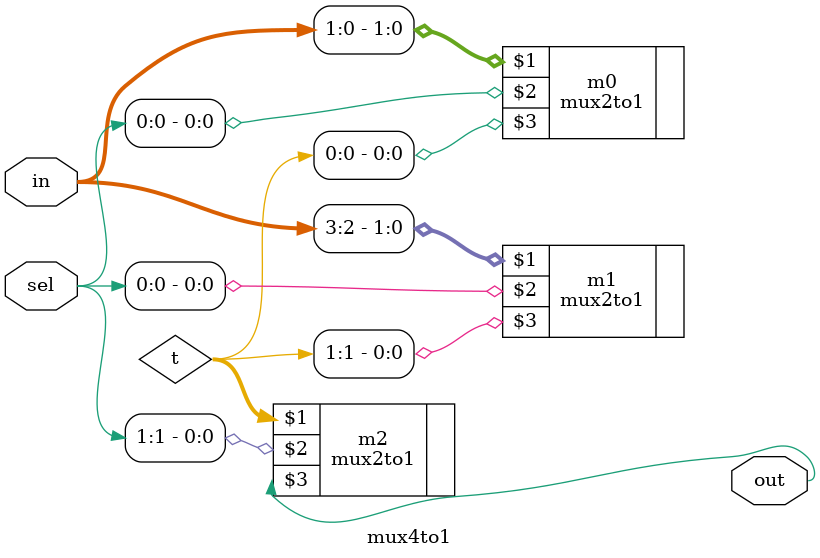
<source format=v>
module mux4to1(in,sel,out);
 input[3:0]in;
 input[1:0]sel;
 output out;
 wire[1:0]t;

 mux2to1 m0(in[1:0],sel[0],t[0]);
 mux2to1 m1(in[3:2],sel[0],t[1]);
 mux2to1 m2(t,sel[1],out);
 

endmodule
</source>
